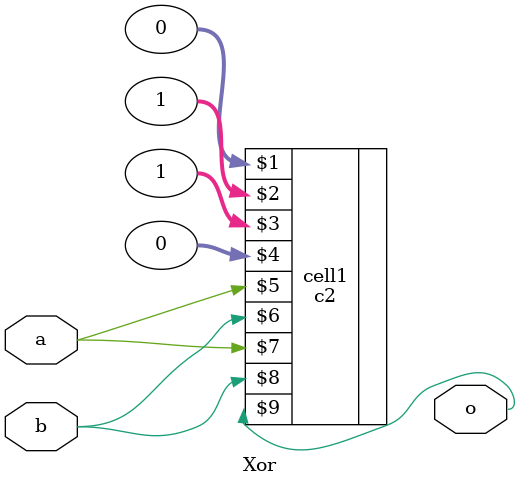
<source format=v>
module Xor (input a , b , output o);
 c2 cell1(0,1,1,0,a,b,a,b,o);
endmodule

</source>
